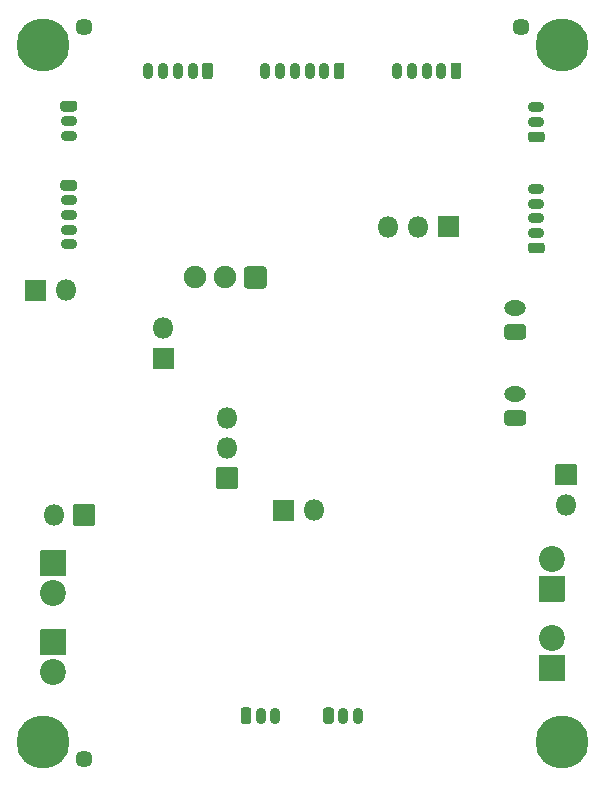
<source format=gbr>
%TF.GenerationSoftware,KiCad,Pcbnew,5.1.10*%
%TF.CreationDate,2021-08-20T07:55:10+02:00*%
%TF.ProjectId,nsumo,6e73756d-6f2e-46b6-9963-61645f706362,rev?*%
%TF.SameCoordinates,Original*%
%TF.FileFunction,Soldermask,Bot*%
%TF.FilePolarity,Negative*%
%FSLAX46Y46*%
G04 Gerber Fmt 4.6, Leading zero omitted, Abs format (unit mm)*
G04 Created by KiCad (PCBNEW 5.1.10) date 2021-08-20 07:55:10*
%MOMM*%
%LPD*%
G01*
G04 APERTURE LIST*
%ADD10C,2.200000*%
%ADD11C,1.448000*%
%ADD12O,1.800000X1.800000*%
%ADD13O,1.400000X0.900000*%
%ADD14O,0.900000X1.400000*%
%ADD15C,0.800000*%
%ADD16C,4.500000*%
%ADD17O,1.850000X1.300000*%
%ADD18C,1.900000*%
G04 APERTURE END LIST*
D10*
%TO.C,J17*%
X31900000Y-129440000D03*
G36*
G01*
X30850000Y-125800000D02*
X32950000Y-125800000D01*
G75*
G02*
X33000000Y-125850000I0J-50000D01*
G01*
X33000000Y-127950000D01*
G75*
G02*
X32950000Y-128000000I-50000J0D01*
G01*
X30850000Y-128000000D01*
G75*
G02*
X30800000Y-127950000I0J50000D01*
G01*
X30800000Y-125850000D01*
G75*
G02*
X30850000Y-125800000I50000J0D01*
G01*
G37*
%TD*%
%TO.C,J16*%
X31900000Y-136140000D03*
G36*
G01*
X30850000Y-132500000D02*
X32950000Y-132500000D01*
G75*
G02*
X33000000Y-132550000I0J-50000D01*
G01*
X33000000Y-134650000D01*
G75*
G02*
X32950000Y-134700000I-50000J0D01*
G01*
X30850000Y-134700000D01*
G75*
G02*
X30800000Y-134650000I0J50000D01*
G01*
X30800000Y-132550000D01*
G75*
G02*
X30850000Y-132500000I50000J0D01*
G01*
G37*
%TD*%
D11*
%TO.C,REF\u002A\u002A*%
X34500000Y-143500000D03*
%TD*%
%TO.C,REF\u002A\u002A*%
X34500000Y-81500000D03*
%TD*%
%TO.C,REF\u002A\u002A*%
X71500000Y-81500000D03*
%TD*%
D12*
%TO.C,J13*%
X60260000Y-98400000D03*
X62800000Y-98400000D03*
G36*
G01*
X64490000Y-97500000D02*
X66190000Y-97500000D01*
G75*
G02*
X66240000Y-97550000I0J-50000D01*
G01*
X66240000Y-99250000D01*
G75*
G02*
X66190000Y-99300000I-50000J0D01*
G01*
X64490000Y-99300000D01*
G75*
G02*
X64440000Y-99250000I0J50000D01*
G01*
X64440000Y-97550000D01*
G75*
G02*
X64490000Y-97500000I50000J0D01*
G01*
G37*
%TD*%
D13*
%TO.C,J1*%
X33200000Y-99900000D03*
X33200000Y-98650000D03*
X33200000Y-97400000D03*
X33200000Y-96150000D03*
G36*
G01*
X32725000Y-94450000D02*
X33675000Y-94450000D01*
G75*
G02*
X33900000Y-94675000I0J-225000D01*
G01*
X33900000Y-95125000D01*
G75*
G02*
X33675000Y-95350000I-225000J0D01*
G01*
X32725000Y-95350000D01*
G75*
G02*
X32500000Y-95125000I0J225000D01*
G01*
X32500000Y-94675000D01*
G75*
G02*
X32725000Y-94450000I225000J0D01*
G01*
G37*
%TD*%
D14*
%TO.C,J4*%
X39950000Y-85200000D03*
X41200000Y-85200000D03*
X42450000Y-85200000D03*
X43700000Y-85200000D03*
G36*
G01*
X45400000Y-84725000D02*
X45400000Y-85675000D01*
G75*
G02*
X45175000Y-85900000I-225000J0D01*
G01*
X44725000Y-85900000D01*
G75*
G02*
X44500000Y-85675000I0J225000D01*
G01*
X44500000Y-84725000D01*
G75*
G02*
X44725000Y-84500000I225000J0D01*
G01*
X45175000Y-84500000D01*
G75*
G02*
X45400000Y-84725000I0J-225000D01*
G01*
G37*
%TD*%
%TO.C,J2*%
X49850000Y-85200000D03*
X51100000Y-85200000D03*
X52350000Y-85200000D03*
X53600000Y-85200000D03*
X54850000Y-85200000D03*
G36*
G01*
X56550000Y-84725000D02*
X56550000Y-85675000D01*
G75*
G02*
X56325000Y-85900000I-225000J0D01*
G01*
X55875000Y-85900000D01*
G75*
G02*
X55650000Y-85675000I0J225000D01*
G01*
X55650000Y-84725000D01*
G75*
G02*
X55875000Y-84500000I225000J0D01*
G01*
X56325000Y-84500000D01*
G75*
G02*
X56550000Y-84725000I0J-225000D01*
G01*
G37*
%TD*%
D15*
%TO.C,H4*%
X32166726Y-81833274D03*
X31000000Y-81350000D03*
X29833274Y-81833274D03*
X29350000Y-83000000D03*
X29833274Y-84166726D03*
X31000000Y-84650000D03*
X32166726Y-84166726D03*
X32650000Y-83000000D03*
D16*
X31000000Y-83000000D03*
%TD*%
D15*
%TO.C,H3*%
X76166726Y-81833274D03*
X75000000Y-81350000D03*
X73833274Y-81833274D03*
X73350000Y-83000000D03*
X73833274Y-84166726D03*
X75000000Y-84650000D03*
X76166726Y-84166726D03*
X76650000Y-83000000D03*
D16*
X75000000Y-83000000D03*
%TD*%
D15*
%TO.C,H2*%
X32166726Y-140833274D03*
X31000000Y-140350000D03*
X29833274Y-140833274D03*
X29350000Y-142000000D03*
X29833274Y-143166726D03*
X31000000Y-143650000D03*
X32166726Y-143166726D03*
X32650000Y-142000000D03*
D16*
X31000000Y-142000000D03*
%TD*%
D15*
%TO.C,H1*%
X76166726Y-140833274D03*
X75000000Y-140350000D03*
X73833274Y-140833274D03*
X73350000Y-142000000D03*
X73833274Y-143166726D03*
X75000000Y-143650000D03*
X76166726Y-143166726D03*
X76650000Y-142000000D03*
D16*
X75000000Y-142000000D03*
%TD*%
D17*
%TO.C,J5*%
X71000000Y-105300000D03*
G36*
G01*
X71654168Y-107950000D02*
X70345832Y-107950000D01*
G75*
G02*
X70075000Y-107679168I0J270832D01*
G01*
X70075000Y-106920832D01*
G75*
G02*
X70345832Y-106650000I270832J0D01*
G01*
X71654168Y-106650000D01*
G75*
G02*
X71925000Y-106920832I0J-270832D01*
G01*
X71925000Y-107679168D01*
G75*
G02*
X71654168Y-107950000I-270832J0D01*
G01*
G37*
%TD*%
%TO.C,J3*%
X71000000Y-112600000D03*
G36*
G01*
X71654168Y-115250000D02*
X70345832Y-115250000D01*
G75*
G02*
X70075000Y-114979168I0J270832D01*
G01*
X70075000Y-114220832D01*
G75*
G02*
X70345832Y-113950000I270832J0D01*
G01*
X71654168Y-113950000D01*
G75*
G02*
X71925000Y-114220832I0J-270832D01*
G01*
X71925000Y-114979168D01*
G75*
G02*
X71654168Y-115250000I-270832J0D01*
G01*
G37*
%TD*%
D13*
%TO.C,J9*%
X72800000Y-95200000D03*
X72800000Y-96450000D03*
X72800000Y-97700000D03*
X72800000Y-98950000D03*
G36*
G01*
X73275000Y-100650000D02*
X72325000Y-100650000D01*
G75*
G02*
X72100000Y-100425000I0J225000D01*
G01*
X72100000Y-99975000D01*
G75*
G02*
X72325000Y-99750000I225000J0D01*
G01*
X73275000Y-99750000D01*
G75*
G02*
X73500000Y-99975000I0J-225000D01*
G01*
X73500000Y-100425000D01*
G75*
G02*
X73275000Y-100650000I-225000J0D01*
G01*
G37*
%TD*%
D14*
%TO.C,J7*%
X61000000Y-85200000D03*
X62250000Y-85200000D03*
X63500000Y-85200000D03*
X64750000Y-85200000D03*
G36*
G01*
X66450000Y-84725000D02*
X66450000Y-85675000D01*
G75*
G02*
X66225000Y-85900000I-225000J0D01*
G01*
X65775000Y-85900000D01*
G75*
G02*
X65550000Y-85675000I0J225000D01*
G01*
X65550000Y-84725000D01*
G75*
G02*
X65775000Y-84500000I225000J0D01*
G01*
X66225000Y-84500000D01*
G75*
G02*
X66450000Y-84725000I0J-225000D01*
G01*
G37*
%TD*%
D12*
%TO.C,J6*%
X32940000Y-103800000D03*
G36*
G01*
X31250000Y-104700000D02*
X29550000Y-104700000D01*
G75*
G02*
X29500000Y-104650000I0J50000D01*
G01*
X29500000Y-102950000D01*
G75*
G02*
X29550000Y-102900000I50000J0D01*
G01*
X31250000Y-102900000D01*
G75*
G02*
X31300000Y-102950000I0J-50000D01*
G01*
X31300000Y-104650000D01*
G75*
G02*
X31250000Y-104700000I-50000J0D01*
G01*
G37*
%TD*%
%TO.C,J12*%
X53940000Y-122400000D03*
G36*
G01*
X52250000Y-123300000D02*
X50550000Y-123300000D01*
G75*
G02*
X50500000Y-123250000I0J50000D01*
G01*
X50500000Y-121550000D01*
G75*
G02*
X50550000Y-121500000I50000J0D01*
G01*
X52250000Y-121500000D01*
G75*
G02*
X52300000Y-121550000I0J-50000D01*
G01*
X52300000Y-123250000D01*
G75*
G02*
X52250000Y-123300000I-50000J0D01*
G01*
G37*
%TD*%
%TO.C,J11*%
X46600000Y-114600000D03*
X46600000Y-117140000D03*
G36*
G01*
X47500000Y-118830000D02*
X47500000Y-120530000D01*
G75*
G02*
X47450000Y-120580000I-50000J0D01*
G01*
X45750000Y-120580000D01*
G75*
G02*
X45700000Y-120530000I0J50000D01*
G01*
X45700000Y-118830000D01*
G75*
G02*
X45750000Y-118780000I50000J0D01*
G01*
X47450000Y-118780000D01*
G75*
G02*
X47500000Y-118830000I0J-50000D01*
G01*
G37*
%TD*%
%TO.C,J8*%
X31960000Y-122800000D03*
G36*
G01*
X33650000Y-121900000D02*
X35350000Y-121900000D01*
G75*
G02*
X35400000Y-121950000I0J-50000D01*
G01*
X35400000Y-123650000D01*
G75*
G02*
X35350000Y-123700000I-50000J0D01*
G01*
X33650000Y-123700000D01*
G75*
G02*
X33600000Y-123650000I0J50000D01*
G01*
X33600000Y-121950000D01*
G75*
G02*
X33650000Y-121900000I50000J0D01*
G01*
G37*
%TD*%
%TO.C,J10*%
X41200000Y-107000000D03*
G36*
G01*
X42100000Y-108690000D02*
X42100000Y-110390000D01*
G75*
G02*
X42050000Y-110440000I-50000J0D01*
G01*
X40350000Y-110440000D01*
G75*
G02*
X40300000Y-110390000I0J50000D01*
G01*
X40300000Y-108690000D01*
G75*
G02*
X40350000Y-108640000I50000J0D01*
G01*
X42050000Y-108640000D01*
G75*
G02*
X42100000Y-108690000I0J-50000D01*
G01*
G37*
%TD*%
%TO.C,SW2*%
X75300000Y-121940000D03*
G36*
G01*
X74400000Y-120250000D02*
X74400000Y-118550000D01*
G75*
G02*
X74450000Y-118500000I50000J0D01*
G01*
X76150000Y-118500000D01*
G75*
G02*
X76200000Y-118550000I0J-50000D01*
G01*
X76200000Y-120250000D01*
G75*
G02*
X76150000Y-120300000I-50000J0D01*
G01*
X74450000Y-120300000D01*
G75*
G02*
X74400000Y-120250000I0J50000D01*
G01*
G37*
%TD*%
D18*
%TO.C,U1*%
X43920000Y-102700000D03*
X46460000Y-102700000D03*
G36*
G01*
X49950000Y-102014100D02*
X49950000Y-103385900D01*
G75*
G02*
X49685900Y-103650000I-264100J0D01*
G01*
X48314100Y-103650000D01*
G75*
G02*
X48050000Y-103385900I0J264100D01*
G01*
X48050000Y-102014100D01*
G75*
G02*
X48314100Y-101750000I264100J0D01*
G01*
X49685900Y-101750000D01*
G75*
G02*
X49950000Y-102014100I0J-264100D01*
G01*
G37*
%TD*%
D14*
%TO.C,J22*%
X57700000Y-139800000D03*
X56450000Y-139800000D03*
G36*
G01*
X54750000Y-140275000D02*
X54750000Y-139325000D01*
G75*
G02*
X54975000Y-139100000I225000J0D01*
G01*
X55425000Y-139100000D01*
G75*
G02*
X55650000Y-139325000I0J-225000D01*
G01*
X55650000Y-140275000D01*
G75*
G02*
X55425000Y-140500000I-225000J0D01*
G01*
X54975000Y-140500000D01*
G75*
G02*
X54750000Y-140275000I0J225000D01*
G01*
G37*
%TD*%
D13*
%TO.C,J21*%
X72800000Y-88300000D03*
X72800000Y-89550000D03*
G36*
G01*
X73275000Y-91250000D02*
X72325000Y-91250000D01*
G75*
G02*
X72100000Y-91025000I0J225000D01*
G01*
X72100000Y-90575000D01*
G75*
G02*
X72325000Y-90350000I225000J0D01*
G01*
X73275000Y-90350000D01*
G75*
G02*
X73500000Y-90575000I0J-225000D01*
G01*
X73500000Y-91025000D01*
G75*
G02*
X73275000Y-91250000I-225000J0D01*
G01*
G37*
%TD*%
D14*
%TO.C,J20*%
X50700000Y-139800000D03*
X49450000Y-139800000D03*
G36*
G01*
X47750000Y-140275000D02*
X47750000Y-139325000D01*
G75*
G02*
X47975000Y-139100000I225000J0D01*
G01*
X48425000Y-139100000D01*
G75*
G02*
X48650000Y-139325000I0J-225000D01*
G01*
X48650000Y-140275000D01*
G75*
G02*
X48425000Y-140500000I-225000J0D01*
G01*
X47975000Y-140500000D01*
G75*
G02*
X47750000Y-140275000I0J225000D01*
G01*
G37*
%TD*%
D13*
%TO.C,J19*%
X33200000Y-90700000D03*
X33200000Y-89450000D03*
G36*
G01*
X32725000Y-87750000D02*
X33675000Y-87750000D01*
G75*
G02*
X33900000Y-87975000I0J-225000D01*
G01*
X33900000Y-88425000D01*
G75*
G02*
X33675000Y-88650000I-225000J0D01*
G01*
X32725000Y-88650000D01*
G75*
G02*
X32500000Y-88425000I0J225000D01*
G01*
X32500000Y-87975000D01*
G75*
G02*
X32725000Y-87750000I225000J0D01*
G01*
G37*
%TD*%
D10*
%TO.C,J15*%
X74100000Y-133223000D03*
G36*
G01*
X75150000Y-136863000D02*
X73050000Y-136863000D01*
G75*
G02*
X73000000Y-136813000I0J50000D01*
G01*
X73000000Y-134713000D01*
G75*
G02*
X73050000Y-134663000I50000J0D01*
G01*
X75150000Y-134663000D01*
G75*
G02*
X75200000Y-134713000I0J-50000D01*
G01*
X75200000Y-136813000D01*
G75*
G02*
X75150000Y-136863000I-50000J0D01*
G01*
G37*
%TD*%
%TO.C,J14*%
X74100000Y-126500000D03*
G36*
G01*
X75150000Y-130140000D02*
X73050000Y-130140000D01*
G75*
G02*
X73000000Y-130090000I0J50000D01*
G01*
X73000000Y-127990000D01*
G75*
G02*
X73050000Y-127940000I50000J0D01*
G01*
X75150000Y-127940000D01*
G75*
G02*
X75200000Y-127990000I0J-50000D01*
G01*
X75200000Y-130090000D01*
G75*
G02*
X75150000Y-130140000I-50000J0D01*
G01*
G37*
%TD*%
M02*

</source>
